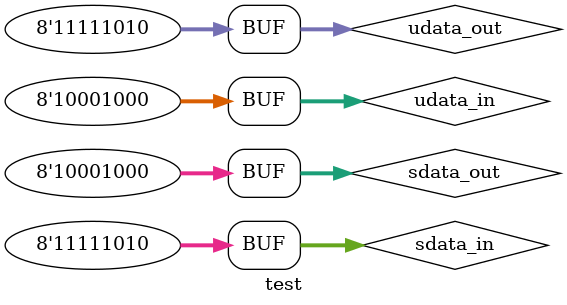
<source format=v>
`timescale 1ns / 1ps

module test;
reg [7:0] udata_in;
reg [7:0] udata_out;
reg signed [7:0] sdata_in;
reg signed [7:0] sdata_out;
initial begin
udata_in = 250; sdata_in = -120;
#100; udata_out = udata_in; // unsiged basic
#100; sdata_out = sdata_in; // signed basic
#100; sdata_out = udata_in; // unsigned -> singed
#100; udata_out = sdata_in; // signed -> unsinged
#100; udata_in = -120; sdata_in = 250;
#100; udata_out = udata_in; // unsiged basic
#100; sdata_out = sdata_in; // signed basic
#100; sdata_out = udata_in; // unsigned -> singed
#100; udata_out = sdata_in; // signed -> unsinged
end
endmodule

</source>
